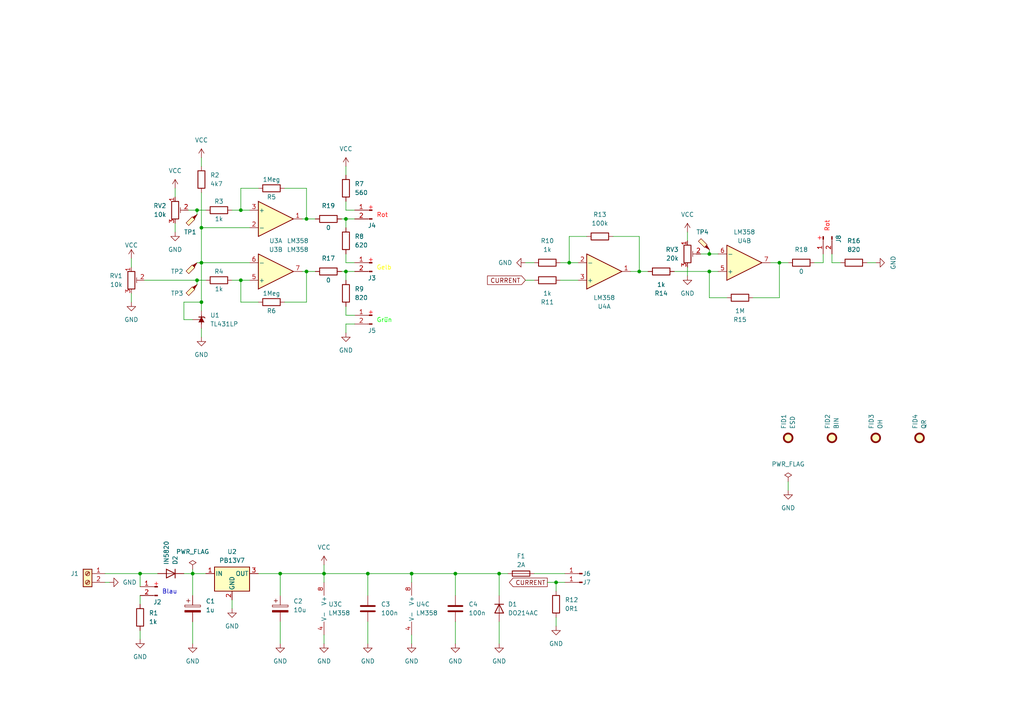
<source format=kicad_sch>
(kicad_sch (version 20230121) (generator eeschema)
  (paper "A4")
  (title_block (title "${acronym} - ${title}") (date "${date}") (rev "${revision}") (company "${company}") (comment 1 "${creator}") (comment 2 "${license}"))
  (lib_symbols
    (symbol "Amplifier_Operational:LM358" (pin_names (offset 0.127))
      (property "Reference" "U" (at 0 5.08 0))
      (property "Value" "LM358" (at 0 -5.08 0))
      (symbol "LM358_1_1"
        (polyline (pts (xy -5.08 5.08) (xy 5.08 0) (xy -5.08 -5.08) (xy -5.08 5.08)) (stroke (width 0.254)) (fill (type background)))
        (pin output line (at 7.62 0 180) (length 2.54) (name "~") (number "1"))
        (pin input line (at -7.62 -2.54 0) (length 2.54) (name "-") (number "2"))
        (pin input line (at -7.62 2.54 0) (length 2.54) (name "+") (number "3"))
      )
      (symbol "LM358_2_1"
        (polyline (pts (xy -5.08 5.08) (xy 5.08 0) (xy -5.08 -5.08) (xy -5.08 5.08)) (stroke (width 0.254)) (fill (type background)))
        (pin input line (at -7.62 2.54 0) (length 2.54) (name "+") (number "5"))
        (pin input line (at -7.62 -2.54 0) (length 2.54) (name "-") (number "6"))
        (pin output line (at 7.62 0 180) (length 2.54) (name "~") (number "7"))
      )
      (symbol "LM358_3_1"
        (pin power_in line (at -2.54 -7.62 90) (length 3.81) (name "V-") (number "4"))
        (pin power_in line (at -2.54 7.62 270) (length 3.81) (name "V+") (number "8"))
      )
    )
    (symbol "Connector:Conn_01x01_Pin" (pin_names (offset 1.016) hide)
      (property "Reference" "J" (at 0 2.54 0))
      (property "Value" "Conn_01x01_Pin" (at 0 -2.54 0))
      (symbol "Conn_01x01_Pin_1_1"
        (polyline (pts (xy 1.27 0) (xy 0.8636 0)) (stroke (width 0.1524)))
        (rectangle (start 0.8636 0.127) (end 0 -0.127) (stroke (width 0.1524)) (fill (type outline)))
        (pin passive line (at 5.08 0 180) (length 3.81) (name "Pin_1") (number "1"))
      )
    )
    (symbol "Connector:Conn_01x02_Pin" (pin_names (offset 1.016) hide)
      (property "Reference" "J" (at 0 2.54 0))
      (property "Value" "Conn_01x02_Pin" (at 0 -5.08 0))
      (symbol "Conn_01x02_Pin_1_1"
        (polyline (pts (xy 1.27 -2.54) (xy 0.8636 -2.54)) (stroke (width 0.1524)))
        (polyline (pts (xy 1.27 0) (xy 0.8636 0)) (stroke (width 0.1524)))
        (rectangle (start 0.8636 -2.413) (end 0 -2.667) (stroke (width 0.1524)) (fill (type outline)))
        (rectangle (start 0.8636 0.127) (end 0 -0.127) (stroke (width 0.1524)) (fill (type outline)))
        (pin passive line (at 5.08 0 180) (length 3.81) (name "Pin_1") (number "1"))
        (pin passive line (at 5.08 -2.54 180) (length 3.81) (name "Pin_2") (number "2"))
      )
    )
    (symbol "Connector:Screw_Terminal_01x02" (pin_names (offset 1.016) hide)
      (property "Reference" "J" (at 0 2.54 0))
      (property "Value" "Screw_Terminal_01x02" (at 0 -5.08 0))
      (symbol "Screw_Terminal_01x02_1_1"
        (rectangle (start -1.27 1.27) (end 1.27 -3.81) (stroke (width 0.254)) (fill (type background)))
        (circle (center 0 -2.54) (radius 0.635) (stroke (width 0.1524)))
        (polyline (pts (xy -0.5334 -2.2098) (xy 0.3302 -3.048)) (stroke (width 0.1524)))
        (polyline (pts (xy -0.5334 0.3302) (xy 0.3302 -0.508)) (stroke (width 0.1524)))
        (polyline (pts (xy -0.3556 -2.032) (xy 0.508 -2.8702)) (stroke (width 0.1524)))
        (polyline (pts (xy -0.3556 0.508) (xy 0.508 -0.3302)) (stroke (width 0.1524)))
        (circle (center 0 0) (radius 0.635) (stroke (width 0.1524)))
        (pin passive line (at -5.08 0 0) (length 3.81) (name "Pin_1") (number "1"))
        (pin passive line (at -5.08 -2.54 0) (length 3.81) (name "Pin_2") (number "2"))
      )
    )
    (symbol "Connector:TestPoint_Probe" (pin_numbers hide) (pin_names (offset 0.762) hide)
      (property "Reference" "TP" (at 1.651 5.842 0))
      (property "Value" "TestPoint_Probe" (at 1.651 4.064 0))
      (symbol "TestPoint_Probe_0_1"
        (polyline (pts (xy 1.27 0.762) (xy 0 0) (xy 0.762 1.27) (xy 1.27 0.762)) (fill (type outline)))
        (polyline (pts (xy 1.397 0.635) (xy 0.635 1.397) (xy 2.413 3.175) (xy 3.175 2.413) (xy 1.397 0.635)) (fill (type background)))
      )
      (symbol "TestPoint_Probe_1_1"
        (pin passive line (at 0 0 90) (length 0) (name "1") (number "1"))
      )
    )
    (symbol "Device:C" (pin_numbers hide) (pin_names (offset 0.254))
      (property "Reference" "C" (at 0.635 2.54 0))
      (property "Value" "C" (at 0.635 -2.54 0))
      (symbol "C_0_1"
        (polyline (pts (xy -2.032 -0.762) (xy 2.032 -0.762)) (stroke (width 0.508)))
        (polyline (pts (xy -2.032 0.762) (xy 2.032 0.762)) (stroke (width 0.508)))
      )
      (symbol "C_1_1"
        (pin passive line (at 0 3.81 270) (length 2.794) (name "~") (number "1"))
        (pin passive line (at 0 -3.81 90) (length 2.794) (name "~") (number "2"))
      )
    )
    (symbol "Device:C_Polarized" (pin_numbers hide) (pin_names (offset 0.254))
      (property "Reference" "C" (at 0.635 2.54 0))
      (property "Value" "C_Polarized" (at 0.635 -2.54 0))
      (symbol "C_Polarized_0_1"
        (rectangle (start -2.286 0.508) (end 2.286 1.016))
        (polyline (pts (xy -1.778 2.286) (xy -0.762 2.286)))
        (polyline (pts (xy -1.27 2.794) (xy -1.27 1.778)))
        (rectangle (start 2.286 -0.508) (end -2.286 -1.016) (fill (type outline)))
      )
      (symbol "C_Polarized_1_1"
        (pin passive line (at 0 3.81 270) (length 2.794) (name "~") (number "1"))
        (pin passive line (at 0 -3.81 90) (length 2.794) (name "~") (number "2"))
      )
    )
    (symbol "Device:Fuse" (pin_numbers hide) (pin_names (offset 0))
      (property "Reference" "F" (at 2.032 0 90))
      (property "Value" "Fuse" (at -1.905 0 90))
      (symbol "Fuse_0_1"
        (rectangle (start -0.762 -2.54) (end 0.762 2.54) (stroke (width 0.254)))
        (polyline (pts (xy 0 2.54) (xy 0 -2.54)))
      )
      (symbol "Fuse_1_1"
        (pin passive line (at 0 3.81 270) (length 1.27) (name "~") (number "1"))
        (pin passive line (at 0 -3.81 90) (length 1.27) (name "~") (number "2"))
      )
    )
    (symbol "Device:R" (pin_numbers hide) (pin_names (offset 0))
      (property "Reference" "R" (at 2.032 0 90))
      (property "Value" "R" (at 0 0 90))
      (symbol "R_0_1"
        (rectangle (start -1.016 -2.54) (end 1.016 2.54) (stroke (width 0.254)))
      )
      (symbol "R_1_1"
        (pin passive line (at 0 3.81 270) (length 1.27) (name "~") (number "1"))
        (pin passive line (at 0 -3.81 90) (length 1.27) (name "~") (number "2"))
      )
    )
    (symbol "Device:R_Potentiometer_Trim" (pin_names (offset 1.016) hide)
      (property "Reference" "RV" (at -4.445 0 90))
      (property "Value" "R_Potentiometer_Trim" (at -2.54 0 90))
      (symbol "R_Potentiometer_Trim_0_1"
        (polyline (pts (xy 1.524 0.762) (xy 1.524 -0.762)))
        (polyline (pts (xy 2.54 0) (xy 1.524 0)))
        (rectangle (start 1.016 2.54) (end -1.016 -2.54) (stroke (width 0.254)))
      )
      (symbol "R_Potentiometer_Trim_1_1"
        (pin passive line (at 0 3.81 270) (length 1.27) (name "1") (number "1"))
        (pin passive line (at 3.81 0 180) (length 1.27) (name "2") (number "2"))
        (pin passive line (at 0 -3.81 90) (length 1.27) (name "3") (number "3"))
      )
    )
    (symbol "Diode:1N4006" (pin_numbers hide) (pin_names hide)
      (property "Reference" "D" (at 0 2.54 0))
      (property "Value" "1N4006" (at 0 -2.54 0))
      (symbol "1N4006_0_1"
        (polyline (pts (xy -1.27 1.27) (xy -1.27 -1.27)) (stroke (width 0.254)))
        (polyline (pts (xy 1.27 0) (xy -1.27 0)))
        (polyline (pts (xy 1.27 1.27) (xy 1.27 -1.27) (xy -1.27 0) (xy 1.27 1.27)) (stroke (width 0.254)))
      )
      (symbol "1N4006_1_1"
        (pin passive line (at -3.81 0 0) (length 2.54) (name "K") (number "1"))
        (pin passive line (at 3.81 0 180) (length 2.54) (name "A") (number "2"))
      )
    )
    (symbol "Mechanical:Fiducial"
      (property "Reference" "FID" (at 0 5.08 0))
      (property "Value" "Fiducial" (at 0 3.175 0))
      (symbol "Fiducial_0_1"
        (circle (center 0 0) (radius 1.27) (stroke (width 0.508)) (fill (type background)))
      )
    )
    (symbol "Reference_Voltage:TL431LP" (pin_numbers hide) (pin_names hide)
      (property "Reference" "U" (at -2.54 2.54 0))
      (property "Value" "TL431LP" (at 0 -2.54 0))
      (symbol "TL431LP_0_1"
        (polyline (pts (xy -1.27 0) (xy 0 0) (xy 1.27 0)))
        (polyline (pts (xy -0.762 0.762) (xy 0.762 0) (xy -0.762 -0.762)) (fill (type outline)))
        (polyline (pts (xy 0.508 -1.016) (xy 0.762 -0.762) (xy 0.762 0.762) (xy 0.762 0.762)) (stroke (width 0.254)))
      )
      (symbol "TL431LP_1_1"
        (pin passive line (at 0 2.54 270) (length 2.54) (name "REF") (number "1"))
        (pin passive line (at -2.54 0 0) (length 2.54) (name "A") (number "2"))
        (pin passive line (at 2.54 0 180) (length 2.54) (name "K") (number "3"))
      )
    )
    (symbol "Regulator_Linear:L7805" (pin_names (offset 0.254))
      (property "Reference" "U" (at -3.81 3.175 0))
      (property "Value" "L7805" (at 0 3.175 0))
      (symbol "L7805_0_1"
        (rectangle (start -5.08 1.905) (end 5.08 -5.08) (stroke (width 0.254)) (fill (type background)))
      )
      (symbol "L7805_1_1"
        (pin power_in line (at -7.62 0 0) (length 2.54) (name "IN") (number "1"))
        (pin power_in line (at 0 -7.62 90) (length 2.54) (name "GND") (number "2"))
        (pin power_out line (at 7.62 0 180) (length 2.54) (name "OUT") (number "3"))
      )
    )
    (symbol "power:GND" (power) (pin_names (offset 0))
      (property "Value" "GND" (at 0 -3.81 0))
      (symbol "GND_0_1"
        (polyline (pts (xy 0 0) (xy 0 -1.27) (xy 1.27 -1.27) (xy 0 -2.54) (xy -1.27 -1.27) (xy 0 -1.27)))
      )
      (symbol "GND_1_1"
        (pin power_in line (at 0 0 270) (length 0) hide (name "GND") (number "1"))
      )
    )
    (symbol "power:PWR_FLAG" (power) (pin_numbers hide) (pin_names (offset 0) hide)
      (property "Value" "PWR_FLAG" (at 0 3.81 0))
      (symbol "PWR_FLAG_0_0"
        (pin power_out line (at 0 0 90) (length 0) (name "pwr") (number "1"))
      )
      (symbol "PWR_FLAG_0_1"
        (polyline (pts (xy 0 0) (xy 0 1.27) (xy -1.016 1.905) (xy 0 2.54) (xy 1.016 1.905) (xy 0 1.27)))
      )
    )
    (symbol "power:VCC" (power) (pin_names (offset 0))
      (property "Value" "VCC" (at 0 3.81 0))
      (symbol "VCC_0_1"
        (polyline (pts (xy -0.762 1.27) (xy 0 2.54)))
        (polyline (pts (xy 0 0) (xy 0 2.54)))
        (polyline (pts (xy 0 2.54) (xy 0.762 1.27)))
      )
      (symbol "VCC_1_1"
        (pin power_in line (at 0 0 90) (length 0) hide (name "VCC") (number "1"))
      )
    )
  )
  (junction (at 205.74 73.66))
  (junction (at 144.78 166.37))
  (junction (at 106.68 166.37))
  (junction (at 88.9 78.74))
  (junction (at 55.88 166.37))
  (junction (at 93.98 166.37))
  (junction (at 185.42 78.74))
  (junction (at 69.85 81.28))
  (junction (at 69.85 60.96))
  (junction (at 57.15 81.28))
  (junction (at 88.9 63.5))
  (junction (at 165.1 76.2))
  (junction (at 205.74 78.74))
  (junction (at 58.42 76.2))
  (junction (at 100.33 63.5))
  (junction (at 58.42 87.63))
  (junction (at 40.64 166.37))
  (junction (at 119.38 166.37))
  (junction (at 100.33 78.74))
  (junction (at 132.08 166.37))
  (junction (at 57.15 60.96))
  (junction (at 226.06 76.2))
  (junction (at 81.28 166.37))
  (junction (at 161.29 168.91))
  (junction (at 58.42 66.04))
  (wire (pts (xy 100.33 63.5) (xy 102.87 63.5)))
  (wire (pts (xy 144.78 180.34) (xy 144.78 186.69)))
  (wire (pts (xy 99.06 63.5) (xy 100.33 63.5)))
  (wire (pts (xy 205.74 72.39) (xy 205.74 73.66)))
  (wire (pts (xy 100.33 48.26) (xy 100.33 50.8)))
  (wire (pts (xy 69.85 54.61) (xy 69.85 60.96)))
  (wire (pts (xy 228.6 139.7) (xy 228.6 142.24)))
  (wire (pts (xy 38.1 85.09) (xy 38.1 87.63)))
  (wire (pts (xy 203.2 73.66) (xy 205.74 73.66)))
  (wire (pts (xy 74.93 166.37) (xy 81.28 166.37)))
  (wire (pts (xy 93.98 184.15) (xy 93.98 186.69)))
  (wire (pts (xy 144.78 172.72) (xy 144.78 166.37)))
  (wire (pts (xy 241.3 73.66) (xy 241.3 76.2)))
  (wire (pts (xy 82.55 87.63) (xy 88.9 87.63)))
  (wire (pts (xy 154.94 166.37) (xy 163.83 166.37)))
  (wire (pts (xy 81.28 180.34) (xy 81.28 186.69)))
  (wire (pts (xy 67.31 60.96) (xy 69.85 60.96)))
  (wire (pts (xy 223.52 76.2) (xy 226.06 76.2)))
  (wire (pts (xy 106.68 166.37) (xy 119.38 166.37)))
  (wire (pts (xy 54.61 60.96) (xy 57.15 60.96)))
  (wire (pts (xy 161.29 168.91) (xy 161.29 171.45)))
  (wire (pts (xy 57.15 60.96) (xy 57.15 62.23)))
  (wire (pts (xy 132.08 166.37) (xy 144.78 166.37)))
  (wire (pts (xy 93.98 166.37) (xy 106.68 166.37)))
  (wire (pts (xy 58.42 76.2) (xy 72.39 76.2)))
  (wire (pts (xy 74.93 54.61) (xy 69.85 54.61)))
  (wire (pts (xy 100.33 76.2) (xy 102.87 76.2)))
  (wire (pts (xy 93.98 163.83) (xy 93.98 166.37)))
  (wire (pts (xy 58.42 87.63) (xy 58.42 90.17)))
  (wire (pts (xy 158.75 168.91) (xy 161.29 168.91)))
  (wire (pts (xy 162.56 81.28) (xy 167.64 81.28)))
  (wire (pts (xy 69.85 60.96) (xy 72.39 60.96)))
  (wire (pts (xy 57.15 76.2) (xy 58.42 76.2)))
  (wire (pts (xy 228.6 76.2) (xy 226.06 76.2)))
  (wire (pts (xy 161.29 179.07) (xy 161.29 181.61)))
  (wire (pts (xy 55.88 180.34) (xy 55.88 186.69)))
  (wire (pts (xy 41.91 81.28) (xy 57.15 81.28)))
  (wire (pts (xy 57.15 60.96) (xy 59.69 60.96)))
  (wire (pts (xy 106.68 166.37) (xy 106.68 172.72)))
  (wire (pts (xy 88.9 78.74) (xy 91.44 78.74)))
  (wire (pts (xy 81.28 172.72) (xy 81.28 166.37)))
  (wire (pts (xy 210.82 86.36) (xy 205.74 86.36)))
  (wire (pts (xy 88.9 63.5) (xy 91.44 63.5)))
  (wire (pts (xy 88.9 78.74) (xy 88.9 87.63)))
  (wire (pts (xy 58.42 55.88) (xy 58.42 66.04)))
  (wire (pts (xy 93.98 168.91) (xy 93.98 166.37)))
  (wire (pts (xy 152.4 76.2) (xy 154.94 76.2)))
  (wire (pts (xy 238.76 73.66) (xy 238.76 76.2)))
  (wire (pts (xy 30.48 168.91) (xy 31.75 168.91)))
  (wire (pts (xy 100.33 73.66) (xy 100.33 76.2)))
  (wire (pts (xy 100.33 58.42) (xy 100.33 60.96)))
  (wire (pts (xy 102.87 91.44) (xy 100.33 91.44)))
  (wire (pts (xy 205.74 73.66) (xy 208.28 73.66)))
  (wire (pts (xy 218.44 86.36) (xy 226.06 86.36)))
  (wire (pts (xy 199.39 77.47) (xy 199.39 80.01)))
  (wire (pts (xy 132.08 166.37) (xy 132.08 172.72)))
  (wire (pts (xy 81.28 166.37) (xy 93.98 166.37)))
  (wire (pts (xy 199.39 67.31) (xy 199.39 69.85)))
  (wire (pts (xy 152.4 81.28) (xy 154.94 81.28)))
  (wire (pts (xy 162.56 76.2) (xy 165.1 76.2)))
  (wire (pts (xy 53.34 87.63) (xy 58.42 87.63)))
  (wire (pts (xy 100.33 93.98) (xy 102.87 93.98)))
  (wire (pts (xy 50.8 54.61) (xy 50.8 57.15)))
  (wire (pts (xy 144.78 166.37) (xy 147.32 166.37)))
  (wire (pts (xy 58.42 66.04) (xy 58.42 76.2)))
  (wire (pts (xy 38.1 74.93) (xy 38.1 77.47)))
  (wire (pts (xy 177.8 68.58) (xy 185.42 68.58)))
  (wire (pts (xy 100.33 78.74) (xy 100.33 81.28)))
  (wire (pts (xy 57.15 81.28) (xy 59.69 81.28)))
  (wire (pts (xy 100.33 93.98) (xy 100.33 96.52)))
  (wire (pts (xy 165.1 68.58) (xy 165.1 76.2)))
  (wire (pts (xy 238.76 76.2) (xy 236.22 76.2)))
  (wire (pts (xy 182.88 78.74) (xy 185.42 78.74)))
  (wire (pts (xy 99.06 78.74) (xy 100.33 78.74)))
  (wire (pts (xy 100.33 63.5) (xy 100.33 66.04)))
  (wire (pts (xy 58.42 76.2) (xy 58.42 87.63)))
  (wire (pts (xy 119.38 166.37) (xy 119.38 168.91)))
  (wire (pts (xy 67.31 173.99) (xy 67.31 176.53)))
  (wire (pts (xy 163.83 168.91) (xy 161.29 168.91)))
  (wire (pts (xy 119.38 166.37) (xy 132.08 166.37)))
  (wire (pts (xy 185.42 78.74) (xy 187.96 78.74)))
  (wire (pts (xy 251.46 76.2) (xy 254 76.2)))
  (wire (pts (xy 69.85 81.28) (xy 69.85 87.63)))
  (wire (pts (xy 195.58 78.74) (xy 205.74 78.74)))
  (wire (pts (xy 132.08 180.34) (xy 132.08 186.69)))
  (wire (pts (xy 106.68 180.34) (xy 106.68 186.69)))
  (wire (pts (xy 205.74 78.74) (xy 208.28 78.74)))
  (wire (pts (xy 82.55 54.61) (xy 88.9 54.61)))
  (wire (pts (xy 74.93 87.63) (xy 69.85 87.63)))
  (wire (pts (xy 53.34 92.71) (xy 53.34 87.63)))
  (wire (pts (xy 119.38 184.15) (xy 119.38 186.69)))
  (wire (pts (xy 57.15 81.28) (xy 57.15 82.55)))
  (wire (pts (xy 102.87 60.96) (xy 100.33 60.96)))
  (wire (pts (xy 58.42 95.25) (xy 58.42 97.79)))
  (wire (pts (xy 88.9 54.61) (xy 88.9 63.5)))
  (wire (pts (xy 87.63 63.5) (xy 88.9 63.5)))
  (wire (pts (xy 55.88 166.37) (xy 55.88 172.72)))
  (wire (pts (xy 58.42 45.72) (xy 58.42 48.26)))
  (wire (pts (xy 205.74 78.74) (xy 205.74 86.36)))
  (wire (pts (xy 30.48 166.37) (xy 40.64 166.37)))
  (wire (pts (xy 40.64 166.37) (xy 40.64 170.18)))
  (wire (pts (xy 170.18 68.58) (xy 165.1 68.58)))
  (wire (pts (xy 100.33 91.44) (xy 100.33 88.9)))
  (wire (pts (xy 40.64 182.88) (xy 40.64 185.42)))
  (wire (pts (xy 55.88 166.37) (xy 59.69 166.37)))
  (wire (pts (xy 55.88 165.1) (xy 55.88 166.37)))
  (wire (pts (xy 100.33 78.74) (xy 102.87 78.74)))
  (wire (pts (xy 87.63 78.74) (xy 88.9 78.74)))
  (wire (pts (xy 241.3 76.2) (xy 243.84 76.2)))
  (wire (pts (xy 40.64 166.37) (xy 45.72 166.37)))
  (wire (pts (xy 69.85 81.28) (xy 72.39 81.28)))
  (wire (pts (xy 55.88 92.71) (xy 53.34 92.71)))
  (wire (pts (xy 58.42 66.04) (xy 72.39 66.04)))
  (wire (pts (xy 40.64 172.72) (xy 40.64 175.26)))
  (wire (pts (xy 226.06 86.36) (xy 226.06 76.2)))
  (wire (pts (xy 67.31 81.28) (xy 69.85 81.28)))
  (wire (pts (xy 50.8 64.77) (xy 50.8 67.31)))
  (wire (pts (xy 185.42 78.74) (xy 185.42 68.58)))
  (wire (pts (xy 53.34 166.37) (xy 55.88 166.37)))
  (wire (pts (xy 165.1 76.2) (xy 167.64 76.2)))
  (text "+" (at 106.68 91.44 0) (effects (font (size 1.27 1.27)) (justify left bottom)))
  (text "+" (at 106.68 76.2 0) (effects (font (size 1.27 1.27)) (justify left bottom)))
  (text "Rot" (at 240.665 67.31 90) (effects (font (size 1.27 1.27)) (justify left bottom)))
  (text "Rot" (at 109.22 63.246 0) (effects (font (size 1.27 1.27)) (justify left bottom)))
  (text "+" (at 44.45 170.18 0) (effects (font (size 1.27 1.27)) (justify left bottom)))
  (text "Blau" (at 46.99 172.466 0) (effects (font (size 1.27 1.27)) (justify left bottom)))
  (text "Gelb" (at 109.22 78.486 0) (effects (font (size 1.27 1.27)) (justify left bottom)))
  (text "+" (at 236.855 69.85 0) (effects (font (size 1.27 1.27)) (justify left bottom)))
  (text "Grün" (at 109.22 93.726 0) (effects (font (size 1.27 1.27)) (justify left bottom)))
  (text "+" (at 106.68 60.96 0) (effects (font (size 1.27 1.27)) (justify left bottom)))
  (global_label "CURRENT" (shape input) (at 152.4 81.28 180) (property "Intersheetrefs" "${INTERSHEET_REFS}" (effects hide)))
  (global_label "CURRENT" (shape output) (at 158.75 168.91 180) (property "Intersheetrefs" "${INTERSHEET_REFS}" (effects hide)))
  (symbol (lib_id "Connector:TestPoint_Probe") (at 205.74 72.39 0) (mirror y) (unit 1)
    (property "Reference" "TP4" (at 201.93 67.31 0) (effects (justify right)))
    (property "Value" "TestPoint_Probe" (effects hide))
    (property "Footprint" "TestPoint:TestPoint_Pad_D1.5mm" (effects hide))
  )
  (symbol (lib_id "Device:R") (at 100.33 85.09 0) (unit 1)
    (property "Reference" "R9" (at 102.87 83.82 0) (effects (justify left)))
    (property "Value" "820" (at 102.87 86.36 0) (effects (justify left)))
    (property "Footprint" "Resistor_SMD:R_1206_3216Metric" (effects hide))
    (property "Vendor" "HTL" (effects hide))
    (property "VendorId" "102950" (effects hide))
  )
  (symbol (lib_id "Amplifier_Operational:LM358") (at 96.52 176.53 0) (unit 3)
    (property "Reference" "U3" (at 95.25 175.26 0) (effects (justify left)))
    (property "Value" "LM358" (at 95.25 177.8 0) (effects (justify left)))
    (property "Footprint" "Package_SO:SOP-8_3.9x4.9mm_P1.27mm" (effects hide))
    (property "Datasheet" "http://www.ti.com/lit/ds/symlink/lm2904-n.pdf" (effects hide))
    (property "Vendor" "HTL" (effects hide))
    (property "VendorId" "100326" (effects hide))
  )
  (symbol (lib_id "Device:R_Potentiometer_Trim") (at 38.1 81.28 0) (unit 1)
    (property "Reference" "RV1" (at 35.56 80.01 0) (effects (justify right)))
    (property "Value" "10k" (at 35.56 82.55 0) (effects (justify right)))
    (property "Footprint" "Potentiometer_THT:Potentiometer_Bourns_3296W_Vertical" (effects hide))
    (property "Vendor" "HTL" (effects hide))
    (property "VendorId" "100424" (effects hide))
  )
  (symbol (lib_id "power:GND") (at 93.98 186.69 0) (unit 1)
    (property "Reference" "#PWR013" (effects hide))
    (property "Value" "GND" (at 93.98 191.77 0))
  )
  (symbol (lib_id "power:GND") (at 100.33 96.52 0) (unit 1)
    (property "Reference" "#PWR015" (effects hide))
    (property "Value" "GND" (at 100.33 101.6 0))
  )
  (symbol (lib_id "Device:R_Potentiometer_Trim") (at 50.8 60.96 0) (unit 1)
    (property "Reference" "RV2" (at 48.26 59.69 0) (effects (justify right)))
    (property "Value" "10k" (at 48.26 62.23 0) (effects (justify right)))
    (property "Footprint" "Potentiometer_THT:Potentiometer_Bourns_3296W_Vertical" (effects hide))
    (property "Vendor" "HTL" (effects hide))
    (property "VendorId" "100424" (effects hide))
  )
  (symbol (lib_id "Device:R") (at 40.64 179.07 0) (unit 1)
    (property "Reference" "R1" (at 43.18 177.8 0) (effects (justify left)))
    (property "Value" "1k" (at 43.18 180.34 0) (effects (justify left)))
    (property "Footprint" "Resistor_SMD:R_1206_3216Metric" (effects hide))
    (property "Vendor" "HTL" (effects hide))
    (property "VendorId" "102951" (effects hide))
  )
  (symbol (lib_id "Device:R") (at 58.42 52.07 0) (unit 1)
    (property "Reference" "R2" (at 60.96 50.8 0) (effects (justify left)))
    (property "Value" "4k7" (at 60.96 53.34 0) (effects (justify left)))
    (property "Footprint" "Resistor_SMD:R_1206_3216Metric" (effects hide))
    (property "Vendor" "HTL" (effects hide))
    (property "VendorId" "102961" (effects hide))
  )
  (symbol (lib_id "Mechanical:Fiducial") (at 228.6 127 0) (unit 1)
    (property "Reference" "FID1" (at 227.33 124.46 90) (effects (justify left)))
    (property "Value" "ESD" (at 229.87 124.46 90) (effects (justify left)))
    (property "Footprint" "Symbol:ESD-Logo_6.6x6mm_SilkScreen" (effects hide))
  )
  (symbol (lib_id "power:PWR_FLAG") (at 228.6 139.7 0) (unit 1)
    (property "Reference" "#FLG02" (effects hide))
    (property "Value" "PWR_FLAG" (at 228.6 134.62 0))
  )
  (symbol (lib_id "Amplifier_Operational:LM358") (at 121.92 176.53 0) (unit 3)
    (property "Reference" "U4" (at 120.65 175.26 0) (effects (justify left)))
    (property "Value" "LM358" (at 120.65 177.8 0) (effects (justify left)))
    (property "Footprint" "Package_SO:SOP-8_3.9x4.9mm_P1.27mm" (effects hide))
    (property "Datasheet" "http://www.ti.com/lit/ds/symlink/lm2904-n.pdf" (effects hide))
    (property "Vendor" "HTL" (effects hide))
    (property "VendorId" "100326" (effects hide))
  )
  (symbol (lib_id "power:VCC") (at 38.1 74.93 0) (unit 1)
    (property "Reference" "#PWR02" (effects hide))
    (property "Value" "VCC" (at 38.1 71.12 0))
  )
  (symbol (lib_id "Device:R") (at 158.75 81.28 90) (mirror x) (unit 1)
    (property "Reference" "R11" (at 158.75 87.63 90))
    (property "Value" "1k" (at 158.75 85.09 90))
    (property "Footprint" "Resistor_SMD:R_1206_3216Metric" (effects hide))
    (property "Vendor" "HTL" (effects hide))
    (property "VendorId" "102951" (effects hide))
  )
  (symbol (lib_id "power:GND") (at 67.31 176.53 0) (unit 1)
    (property "Reference" "#PWR010" (effects hide))
    (property "Value" "GND" (at 67.31 181.61 0))
  )
  (symbol (lib_id "Device:R") (at 161.29 175.26 0) (unit 1)
    (property "Reference" "R12" (at 163.83 173.99 0) (effects (justify left)))
    (property "Value" "0R1" (at 163.83 176.53 0) (effects (justify left)))
    (property "Footprint" "Resistor_THT:R_Axial_Power_L20.0mm_W6.4mm_P22.40mm" (effects hide))
    (property "Vendor" "DigiKey" (effects hide))
    (property "VendorId" "RSMF2JTR100CT-ND" (effects hide))
  )
  (symbol (lib_id "Device:R") (at 95.25 63.5 90) (unit 1)
    (property "Reference" "R19" (at 95.25 59.69 90))
    (property "Value" "0" (at 95.25 66.04 90))
    (property "Footprint" "Resistor_SMD:R_1206_3216Metric" (effects hide))
    (property "Vendor" "HTL" (effects hide))
    (property "VendorId" "102902" (effects hide))
  )
  (symbol (lib_id "power:GND") (at 119.38 186.69 0) (unit 1)
    (property "Reference" "#PWR017" (effects hide))
    (property "Value" "GND" (at 119.38 191.77 0))
  )
  (symbol (lib_id "power:VCC") (at 58.42 45.72 0) (unit 1)
    (property "Reference" "#PWR08" (effects hide))
    (property "Value" "VCC" (at 58.42 40.64 0))
  )
  (symbol (lib_id "power:GND") (at 228.6 142.24 0) (unit 1)
    (property "Reference" "#PWR024" (effects hide))
    (property "Value" "GND" (at 228.6 147.32 0))
  )
  (symbol (lib_id "power:GND") (at 254 76.2 90) (unit 1)
    (property "Reference" "#PWR025" (effects hide))
    (property "Value" "GND" (at 259.08 76.2 0))
  )
  (symbol (lib_id "Connector:Conn_01x02_Pin") (at 45.72 170.18 0) (mirror y) (unit 1)
    (property "Reference" "J2" (at 44.45 174.625 0) (effects (justify right)))
    (property "Value" "Conn_01x02_Pin" (effects hide))
    (property "Footprint" "Connector_Wago_SMD:WAGO_2060-402_998-404" (effects hide))
    (property "Vendor" "HTL" (effects hide))
    (property "VendorId" "103421" (effects hide))
  )
  (symbol (lib_id "Mechanical:Fiducial") (at 254 127 0) (unit 1)
    (property "Reference" "FID3" (at 252.73 124.46 90) (effects (justify left)))
    (property "Value" "OH" (at 255.27 124.46 90) (effects (justify left)))
    (property "Footprint" "Symbol:OSHW-Logo_5.7x6mm_SilkScreen" (effects hide))
  )
  (symbol (lib_id "Amplifier_Operational:LM358") (at 80.01 63.5 0) (unit 1)
    (property "Reference" "U3" (at 80.01 69.85 0))
    (property "Value" "LM358" (at 86.36 69.85 0))
    (property "Footprint" "Package_SO:SOP-8_3.9x4.9mm_P1.27mm" (effects hide))
    (property "Datasheet" "http://www.ti.com/lit/ds/symlink/lm2904-n.pdf" (effects hide))
    (property "Vendor" "HTL" (effects hide))
    (property "VendorId" "100326" (effects hide))
  )
  (symbol (lib_id "Amplifier_Operational:LM358") (at 215.9 76.2 0) (mirror x) (unit 2)
    (property "Reference" "U4" (at 215.9 69.85 0))
    (property "Value" "LM358" (at 215.9 67.31 0))
    (property "Footprint" "Package_SO:SOP-8_3.9x4.9mm_P1.27mm" (effects hide))
    (property "Datasheet" "http://www.ti.com/lit/ds/symlink/lm2904-n.pdf" (effects hide))
    (property "Vendor" "HTL" (effects hide))
    (property "VendorId" "100326" (effects hide))
  )
  (symbol (lib_id "Connector:Conn_01x01_Pin") (at 168.91 168.91 180) (unit 1)
    (property "Reference" "J7" (at 170.18 168.91 0))
    (property "Value" "Conn_01x01_Pin" (effects hide))
    (property "Footprint" "Connector_Faston:CONN_QC_RCPT_0.250" (effects hide))
    (property "Vendor" "HTL" (effects hide))
    (property "VendorId" "103014" (effects hide))
  )
  (symbol (lib_id "power:GND") (at 132.08 186.69 0) (unit 1)
    (property "Reference" "#PWR018" (effects hide))
    (property "Value" "GND" (at 132.08 191.77 0))
  )
  (symbol (lib_id "power:VCC") (at 93.98 163.83 0) (unit 1)
    (property "Reference" "#PWR012" (effects hide))
    (property "Value" "VCC" (at 93.98 158.75 0))
  )
  (symbol (lib_id "Device:R") (at 100.33 54.61 0) (unit 1)
    (property "Reference" "R7" (at 102.87 53.34 0) (effects (justify left)))
    (property "Value" "560" (at 102.87 55.88 0) (effects (justify left)))
    (property "Footprint" "Resistor_SMD:R_1206_3216Metric" (effects hide))
    (property "Vendor" "HTL" (effects hide))
    (property "VendorId" "102945" (effects hide))
  )
  (symbol (lib_id "Device:R") (at 173.99 68.58 90) (unit 1)
    (property "Reference" "R13" (at 173.99 62.23 90))
    (property "Value" "100k" (at 173.99 64.77 90))
    (property "Footprint" "Resistor_SMD:R_1206_3216Metric" (effects hide))
    (property "Vendor" "HTL" (effects hide))
    (property "VendorId" "102987" (effects hide))
  )
  (symbol (lib_id "Connector:Conn_01x02_Pin") (at 107.95 60.96 0) (mirror y) (unit 1)
    (property "Reference" "J4" (at 106.68 65.405 0) (effects (justify right)))
    (property "Value" "Conn_01x02_Pin" (effects hide))
    (property "Footprint" "Connector_Wago_SMD:WAGO_2060-402_998-404" (effects hide))
    (property "Vendor" "HTL" (effects hide))
    (property "VendorId" "103421" (effects hide))
  )
  (symbol (lib_id "Device:R") (at 214.63 86.36 90) (mirror x) (unit 1)
    (property "Reference" "R15" (at 214.63 92.71 90))
    (property "Value" "1M" (at 214.63 90.17 90))
    (property "Footprint" "Resistor_SMD:R_1206_3216Metric" (effects hide))
    (property "Vendor" "HTL" (effects hide))
    (property "VendorId" "102999" (effects hide))
  )
  (symbol (lib_id "Device:R") (at 78.74 87.63 270) (unit 1)
    (property "Reference" "R6" (at 78.74 90.17 90))
    (property "Value" "1Meg" (at 78.74 85.09 90))
    (property "Footprint" "Resistor_SMD:R_1206_3216Metric" (effects hide))
    (property "Vendor" "HTL" (effects hide))
    (property "VendorId" "102999" (effects hide))
  )
  (symbol (lib_id "power:GND") (at 31.75 168.91 90) (unit 1)
    (property "Reference" "#PWR01" (effects hide))
    (property "Value" "GND" (at 35.56 168.91 90) (effects (justify right)))
  )
  (symbol (lib_id "Device:C_Polarized") (at 81.28 176.53 0) (unit 1)
    (property "Reference" "C2" (at 85.09 174.371 0) (effects (justify left)))
    (property "Value" "10u" (at 85.09 176.911 0) (effects (justify left)))
    (property "Footprint" "Capacitor_THT:CP_Radial_D6.3mm_P2.50mm" (effects hide))
    (property "Vendor" "HTL" (effects hide))
    (property "VendorId" "100353" (effects hide))
  )
  (symbol (lib_id "Device:Fuse") (at 151.13 166.37 90) (unit 1)
    (property "Reference" "F1" (at 151.13 161.29 90))
    (property "Value" "2A" (at 151.13 163.83 90))
    (property "Footprint" "Fuse:Fuseholder_Clip-5x20mm_Littelfuse_111_Inline_P20.00x5.00mm_D1.05mm_Horizontal" (effects hide))
    (property "Vendor" "HTL" (effects hide))
    (property "VendorId" "102299, 101640" (effects hide))
  )
  (symbol (lib_id "Device:R_Potentiometer_Trim") (at 199.39 73.66 0) (unit 1)
    (property "Reference" "RV3" (at 196.85 72.39 0) (effects (justify right)))
    (property "Value" "20k" (at 196.85 74.93 0) (effects (justify right)))
    (property "Footprint" "Potentiometer_SMD:Potentiometer_Bourns_3314J_Vertical" (effects hide))
    (property "Vendor" "HTL" (effects hide))
    (property "VendorId" "103500" (effects hide))
  )
  (symbol (lib_id "power:VCC") (at 100.33 48.26 0) (unit 1)
    (property "Reference" "#PWR014" (effects hide))
    (property "Value" "VCC" (at 100.33 43.18 0))
  )
  (symbol (lib_id "Device:R") (at 191.77 78.74 90) (mirror x) (unit 1)
    (property "Reference" "R14" (at 191.77 85.09 90))
    (property "Value" "1k" (at 191.77 82.55 90))
    (property "Footprint" "Resistor_SMD:R_1206_3216Metric" (effects hide))
    (property "Vendor" "HTL" (effects hide))
    (property "VendorId" "102951" (effects hide))
  )
  (symbol (lib_id "power:GND") (at 152.4 76.2 270) (mirror x) (unit 1)
    (property "Reference" "#PWR020" (effects hide))
    (property "Value" "GND" (at 148.59 76.2 90) (effects (justify right)))
  )
  (symbol (lib_id "power:VCC") (at 199.39 67.31 0) (unit 1)
    (property "Reference" "#PWR022" (effects hide))
    (property "Value" "VCC" (at 199.39 62.23 0))
  )
  (symbol (lib_id "Device:R") (at 63.5 81.28 90) (unit 1)
    (property "Reference" "R4" (at 63.5 78.74 90))
    (property "Value" "1k" (at 63.5 83.82 90))
    (property "Footprint" "Resistor_SMD:R_1206_3216Metric" (effects hide))
    (property "Vendor" "HTL" (effects hide))
    (property "VendorId" "102951" (effects hide))
  )
  (symbol (lib_id "Connector:Conn_01x02_Pin") (at 107.95 91.44 0) (mirror y) (unit 1)
    (property "Reference" "J5" (at 106.68 95.885 0) (effects (justify right)))
    (property "Value" "Conn_01x02_Pin" (effects hide))
    (property "Footprint" "Connector_Wago_SMD:WAGO_2060-402_998-404" (effects hide))
    (property "Vendor" "HTL" (effects hide))
    (property "VendorId" "103421" (effects hide))
  )
  (symbol (lib_id "power:GND") (at 144.78 186.69 0) (unit 1)
    (property "Reference" "#PWR019" (effects hide))
    (property "Value" "GND" (at 144.78 191.77 0))
  )
  (symbol (lib_id "power:GND") (at 38.1 87.63 0) (unit 1)
    (property "Reference" "#PWR03" (effects hide))
    (property "Value" "GND" (at 38.1 92.71 0))
  )
  (symbol (lib_id "power:GND") (at 199.39 80.01 0) (mirror y) (unit 1)
    (property "Reference" "#PWR023" (effects hide))
    (property "Value" "GND" (at 199.39 85.09 0))
  )
  (symbol (lib_id "Device:R") (at 63.5 60.96 90) (unit 1)
    (property "Reference" "R3" (at 63.5 58.42 90))
    (property "Value" "1k" (at 63.5 63.5 90))
    (property "Footprint" "Resistor_SMD:R_1206_3216Metric" (effects hide))
    (property "Vendor" "HTL" (effects hide))
    (property "VendorId" "102951" (effects hide))
  )
  (symbol (lib_id "Device:R") (at 78.74 54.61 270) (unit 1)
    (property "Reference" "R5" (at 78.74 57.15 90))
    (property "Value" "1Meg" (at 78.74 52.07 90))
    (property "Footprint" "Resistor_SMD:R_1206_3216Metric" (effects hide))
    (property "Vendor" "HTL" (effects hide))
    (property "VendorId" "102999" (effects hide))
  )
  (symbol (lib_id "Mechanical:Fiducial") (at 266.7 127 0) (unit 1)
    (property "Reference" "FID4" (at 265.43 124.46 90) (effects (justify left)))
    (property "Value" "QR" (at 267.97 124.46 90) (effects (justify left)))
    (property "Footprint" "Images:QR_0x007e" (effects hide))
  )
  (symbol (lib_id "Connector:TestPoint_Probe") (at 57.15 76.2 180) (unit 1)
    (property "Reference" "TP2" (at 49.53 78.74 0) (effects (justify right)))
    (property "Value" "TestPoint_Probe" (effects hide))
    (property "Footprint" "TestPoint:TestPoint_Pad_D1.5mm" (effects hide))
  )
  (symbol (lib_id "power:VCC") (at 50.8 54.61 0) (unit 1)
    (property "Reference" "#PWR05" (effects hide))
    (property "Value" "VCC" (at 50.8 49.53 0))
  )
  (symbol (lib_id "Mechanical:Fiducial") (at 241.3 127 0) (unit 1)
    (property "Reference" "FID2" (at 240.03 124.46 90) (effects (justify left)))
    (property "Value" "BIN" (at 242.57 124.46 90) (effects (justify left)))
    (property "Footprint" "Symbol:WEEE-Logo_4.2x6mm_SilkScreen" (effects hide))
  )
  (symbol (lib_id "Regulator_Linear:L7805") (at 67.31 166.37 0) (unit 1)
    (property "Reference" "U2" (at 67.31 160.02 0))
    (property "Value" "PB13V7" (at 67.31 162.56 0))
    (property "Footprint" "Package_TO_SOT_THT:TO-220-3_Vertical" (effects hide))
    (property "Datasheet" "http://www.st.com/content/ccc/resource/technical/document/datasheet/41/4f/b3/b0/12/d4/47/88/CD00000444.pdf/files/CD00000444.pdf/jcr:content/translations/en.CD00000444.pdf" (effects hide))
    (property "Vendor" "HTL" (effects hide))
    (property "VendorId" "103502" (effects hide))
  )
  (symbol (lib_id "Connector:Conn_01x02_Pin") (at 107.95 76.2 0) (mirror y) (unit 1)
    (property "Reference" "J3" (at 106.68 80.645 0) (effects (justify right)))
    (property "Value" "Conn_01x02_Pin" (effects hide))
    (property "Footprint" "Connector_Wago_SMD:WAGO_2060-402_998-404" (effects hide))
    (property "Vendor" "HTL" (effects hide))
    (property "VendorId" "103421" (effects hide))
  )
  (symbol (lib_id "Diode:1N4006") (at 144.78 176.53 270) (unit 1)
    (property "Reference" "D1" (at 147.32 175.26 90) (effects (justify left)))
    (property "Value" "DO214AC" (at 147.32 177.8 90) (effects (justify left)))
    (property "Footprint" "Diode_SMD:D_MELF" (effects hide))
    (property "Datasheet" "http://www.vishay.com/docs/88503/1n4001.pdf" (effects hide))
    (property "Sim.Device" "D" (effects hide))
    (property "Sim.Pins" "1=K 2=A" (effects hide))
    (property "Vendor" "HTL" (effects hide))
    (property "VendorId" "103360" (effects hide))
  )
  (symbol (lib_id "Device:R") (at 158.75 76.2 90) (unit 1)
    (property "Reference" "R10" (at 158.75 69.85 90))
    (property "Value" "1k" (at 158.75 72.39 90))
    (property "Footprint" "Resistor_SMD:R_1206_3216Metric" (effects hide))
    (property "Vendor" "HTL" (effects hide))
    (property "VendorId" "102951" (effects hide))
  )
  (symbol (lib_id "Device:R") (at 95.25 78.74 90) (unit 1)
    (property "Reference" "R17" (at 95.25 74.93 90))
    (property "Value" "0" (at 95.25 81.28 90))
    (property "Footprint" "Resistor_SMD:R_1206_3216Metric" (effects hide))
    (property "Vendor" "HTL" (effects hide))
    (property "VendorId" "102902" (effects hide))
  )
  (symbol (lib_id "Connector:Conn_01x02_Pin") (at 238.76 68.58 90) (mirror x) (unit 1)
    (property "Reference" "J8" (at 243.205 70.485 0) (effects (justify right)))
    (property "Value" "Conn_01x02_Pin" (effects hide))
    (property "Footprint" "Connector_Wago_SMD:WAGO_2060-402_998-404" (effects hide))
    (property "Vendor" "HTL" (effects hide))
    (property "VendorId" "103421" (effects hide))
  )
  (symbol (lib_id "power:GND") (at 81.28 186.69 0) (unit 1)
    (property "Reference" "#PWR011" (effects hide))
    (property "Value" "GND" (at 81.28 191.77 0))
  )
  (symbol (lib_id "power:GND") (at 50.8 67.31 0) (unit 1)
    (property "Reference" "#PWR06" (effects hide))
    (property "Value" "GND" (at 50.8 72.39 0))
  )
  (symbol (lib_id "Connector:Screw_Terminal_01x02") (at 25.4 166.37 0) (mirror y) (unit 1)
    (property "Reference" "J1" (at 22.86 166.37 0) (effects (justify left)))
    (property "Value" "Screw_01x02" (effects hide))
    (property "Footprint" "TerminalBlock_Phoenix:TerminalBlock_Phoenix_MKDS-1,5-2-5.08_1x02_P5.08mm_Horizontal" (effects hide))
    (property "Vendor" "HTL" (effects hide))
    (property "VendorId" "101498" (effects hide))
  )
  (symbol (lib_id "Device:C") (at 132.08 176.53 0) (unit 1)
    (property "Reference" "C4" (at 135.89 175.26 0) (effects (justify left)))
    (property "Value" "100n" (at 135.89 177.8 0) (effects (justify left)))
    (property "Footprint" "Capacitor_SMD:C_1206_3216Metric" (effects hide))
    (property "Vendor" "HTL" (effects hide))
    (property "VendorId" "100128" (effects hide))
  )
  (symbol (lib_id "power:GND") (at 55.88 186.69 0) (unit 1)
    (property "Reference" "#PWR07" (effects hide))
    (property "Value" "GND" (at 55.88 191.77 0))
  )
  (symbol (lib_id "power:GND") (at 106.68 186.69 0) (unit 1)
    (property "Reference" "#PWR016" (effects hide))
    (property "Value" "GND" (at 106.68 191.77 0))
  )
  (symbol (lib_id "power:GND") (at 40.64 185.42 0) (unit 1)
    (property "Reference" "#PWR04" (effects hide))
    (property "Value" "GND" (at 40.64 190.5 0))
  )
  (symbol (lib_id "power:PWR_FLAG") (at 55.88 165.1 0) (unit 1)
    (property "Reference" "#FLG03" (effects hide))
    (property "Value" "PWR_FLAG" (at 55.88 160.02 0))
  )
  (symbol (lib_id "Device:C_Polarized") (at 55.88 176.53 0) (unit 1)
    (property "Reference" "C1" (at 59.69 174.371 0) (effects (justify left)))
    (property "Value" "1u" (at 59.69 176.911 0) (effects (justify left)))
    (property "Footprint" "Capacitor_THT:CP_Radial_D6.3mm_P2.50mm" (effects hide))
    (property "Vendor" "HTL" (effects hide))
    (property "VendorId" "100346" (effects hide))
  )
  (symbol (lib_id "Connector:TestPoint_Probe") (at 57.15 62.23 180) (unit 1)
    (property "Reference" "TP1" (at 53.34 67.31 0) (effects (justify right)))
    (property "Value" "TestPoint_Probe" (effects hide))
    (property "Footprint" "TestPoint:TestPoint_Pad_D1.5mm" (effects hide))
  )
  (symbol (lib_id "Device:R") (at 247.65 76.2 90) (unit 1)
    (property "Reference" "R16" (at 247.65 69.85 90))
    (property "Value" "820" (at 247.65 72.39 90))
    (property "Footprint" "Resistor_SMD:R_1206_3216Metric" (effects hide))
    (property "Vendor" "HTL" (effects hide))
    (property "VendorId" "102950" (effects hide))
  )
  (symbol (lib_id "Diode:1N4006") (at 49.53 166.37 0) (mirror y) (unit 1)
    (property "Reference" "D2" (at 50.8 163.83 90) (effects (justify left)))
    (property "Value" "IN5820" (at 48.26 163.83 90) (effects (justify left)))
    (property "Footprint" "Diode_THT:D_DO-201AD_P12.70mm_Horizontal" (effects hide))
    (property "Datasheet" "http://www.vishay.com/docs/88503/1n4001.pdf" (effects hide))
    (property "Sim.Device" "D" (effects hide))
    (property "Sim.Pins" "1=K 2=A" (effects hide))
    (property "Vendor" "HTL" (effects hide))
    (property "VendorId" "100181" (effects hide))
  )
  (symbol (lib_id "Device:C") (at 106.68 176.53 0) (unit 1)
    (property "Reference" "C3" (at 110.49 175.26 0) (effects (justify left)))
    (property "Value" "100n" (at 110.49 177.8 0) (effects (justify left)))
    (property "Footprint" "Capacitor_SMD:C_1206_3216Metric" (effects hide))
    (property "Vendor" "HTL" (effects hide))
    (property "VendorId" "100128" (effects hide))
  )
  (symbol (lib_id "Amplifier_Operational:LM358") (at 175.26 78.74 0) (mirror x) (unit 1)
    (property "Reference" "U4" (at 175.26 88.9 0))
    (property "Value" "LM358" (at 175.26 86.36 0))
    (property "Footprint" "Package_SO:SOP-8_3.9x4.9mm_P1.27mm" (effects hide))
    (property "Datasheet" "http://www.ti.com/lit/ds/symlink/lm2904-n.pdf" (effects hide))
    (property "Vendor" "HTL" (effects hide))
    (property "VendorId" "100326" (effects hide))
  )
  (symbol (lib_id "Connector:TestPoint_Probe") (at 57.15 82.55 180) (unit 1)
    (property "Reference" "TP3" (at 49.53 85.09 0) (effects (justify right)))
    (property "Value" "TestPoint_Probe" (effects hide))
    (property "Footprint" "TestPoint:TestPoint_Pad_D1.5mm" (effects hide))
  )
  (symbol (lib_id "power:GND") (at 161.29 181.61 0) (unit 1)
    (property "Reference" "#PWR021" (effects hide))
    (property "Value" "GND" (at 161.29 186.69 0))
  )
  (symbol (lib_id "Device:R") (at 232.41 76.2 90) (unit 1)
    (property "Reference" "R18" (at 232.41 72.39 90))
    (property "Value" "0" (at 232.41 78.74 90))
    (property "Footprint" "Resistor_SMD:R_1206_3216Metric" (effects hide))
    (property "Vendor" "HTL" (effects hide))
    (property "VendorId" "102902" (effects hide))
  )
  (symbol (lib_id "Amplifier_Operational:LM358") (at 80.01 78.74 0) (mirror x) (unit 2)
    (property "Reference" "U3" (at 80.01 72.39 0))
    (property "Value" "LM358" (at 86.36 72.39 0))
    (property "Footprint" "Package_SO:SOP-8_3.9x4.9mm_P1.27mm" (effects hide))
    (property "Datasheet" "http://www.ti.com/lit/ds/symlink/lm2904-n.pdf" (effects hide))
    (property "Vendor" "HTL" (effects hide))
    (property "VendorId" "100326" (effects hide))
  )
  (symbol (lib_id "power:GND") (at 58.42 97.79 0) (unit 1)
    (property "Reference" "#PWR09" (effects hide))
    (property "Value" "GND" (at 58.42 102.87 0))
  )
  (symbol (lib_id "Connector:Conn_01x01_Pin") (at 168.91 166.37 180) (unit 1)
    (property "Reference" "J6" (at 170.18 166.37 0))
    (property "Value" "Conn_01x01_Pin" (effects hide))
    (property "Footprint" "Connector_Faston:CONN_QC_RCPT_0.250" (effects hide))
    (property "Vendor" "HTL" (effects hide))
    (property "VendorId" "103014" (effects hide))
  )
  (symbol (lib_id "Device:R") (at 100.33 69.85 0) (unit 1)
    (property "Reference" "R8" (at 102.87 68.58 0) (effects (justify left)))
    (property "Value" "620" (at 102.87 71.12 0) (effects (justify left)))
    (property "Footprint" "Resistor_SMD:R_1206_3216Metric" (effects hide))
    (property "Vendor" "HTL" (effects hide))
    (property "VendorId" "102946" (effects hide))
  )
  (symbol (lib_id "Reference_Voltage:TL431LP") (at 58.42 92.71 90) (unit 1)
    (property "Reference" "U1" (at 60.96 91.44 90) (effects (justify right)))
    (property "Value" "TL431LP" (at 60.96 93.98 90) (effects (justify right)))
    (property "Footprint" "Package_TO_SOT_THT:TO-92_Wide" (effects hide))
    (property "Datasheet" "http://www.ti.com/lit/ds/symlink/tl431.pdf" (effects hide))
    (property "Vendor" "DigiKey" (effects hide))
    (property "VendorId" "296-TL431ILPRCT-ND" (effects hide))
  )
)
</source>
